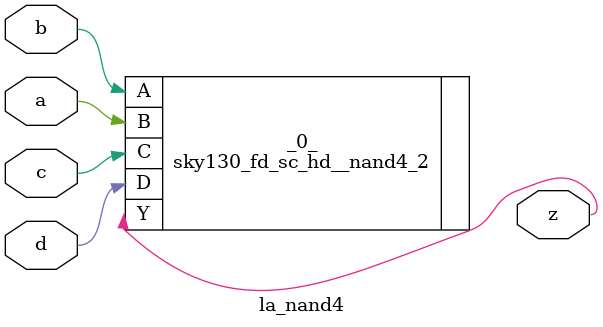
<source format=v>

module la_nand4(a, b, c, d, z);
  input a;
  input b;
  input c;
  input d;
  output z;
  sky130_fd_sc_hd__nand4_2 _0_ (
    .A(b),
    .B(a),
    .C(c),
    .D(d),
    .Y(z)
  );
endmodule

</source>
